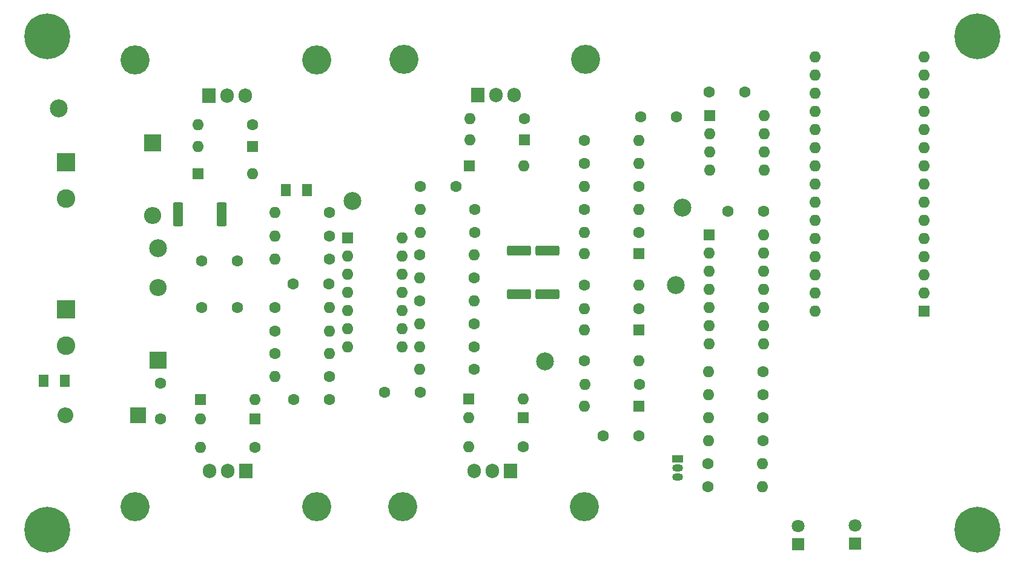
<source format=gbr>
%TF.GenerationSoftware,KiCad,Pcbnew,7.0.7*%
%TF.CreationDate,2023-10-10T01:29:58-06:00*%
%TF.ProjectId,USB_curve_tracer,5553425f-6375-4727-9665-5f7472616365,3*%
%TF.SameCoordinates,Original*%
%TF.FileFunction,Soldermask,Top*%
%TF.FilePolarity,Negative*%
%FSLAX46Y46*%
G04 Gerber Fmt 4.6, Leading zero omitted, Abs format (unit mm)*
G04 Created by KiCad (PCBNEW 7.0.7) date 2023-10-10 01:29:58*
%MOMM*%
%LPD*%
G01*
G04 APERTURE LIST*
G04 Aperture macros list*
%AMRoundRect*
0 Rectangle with rounded corners*
0 $1 Rounding radius*
0 $2 $3 $4 $5 $6 $7 $8 $9 X,Y pos of 4 corners*
0 Add a 4 corners polygon primitive as box body*
4,1,4,$2,$3,$4,$5,$6,$7,$8,$9,$2,$3,0*
0 Add four circle primitives for the rounded corners*
1,1,$1+$1,$2,$3*
1,1,$1+$1,$4,$5*
1,1,$1+$1,$6,$7*
1,1,$1+$1,$8,$9*
0 Add four rect primitives between the rounded corners*
20,1,$1+$1,$2,$3,$4,$5,0*
20,1,$1+$1,$4,$5,$6,$7,0*
20,1,$1+$1,$6,$7,$8,$9,0*
20,1,$1+$1,$8,$9,$2,$3,0*%
G04 Aperture macros list end*
%ADD10R,1.600000X1.600000*%
%ADD11O,1.600000X1.600000*%
%ADD12C,1.600000*%
%ADD13R,1.800000X1.800000*%
%ADD14C,1.800000*%
%ADD15R,1.500000X1.050000*%
%ADD16O,1.500000X1.050000*%
%ADD17C,2.500000*%
%ADD18R,2.600000X2.600000*%
%ADD19C,2.600000*%
%ADD20RoundRect,0.250001X-0.462499X-0.624999X0.462499X-0.624999X0.462499X0.624999X-0.462499X0.624999X0*%
%ADD21R,1.905000X2.000000*%
%ADD22O,1.905000X2.000000*%
%ADD23C,4.064000*%
%ADD24RoundRect,0.249999X0.450001X1.425001X-0.450001X1.425001X-0.450001X-1.425001X0.450001X-1.425001X0*%
%ADD25C,0.800000*%
%ADD26C,6.400000*%
%ADD27RoundRect,0.249999X-1.425001X0.450001X-1.425001X-0.450001X1.425001X-0.450001X1.425001X0.450001X0*%
%ADD28R,2.400000X2.400000*%
%ADD29O,2.400000X2.400000*%
%ADD30RoundRect,0.250001X0.462499X0.624999X-0.462499X0.624999X-0.462499X-0.624999X0.462499X-0.624999X0*%
%ADD31R,2.200000X2.200000*%
%ADD32O,2.200000X2.200000*%
G04 APERTURE END LIST*
D10*
%TO.C,D13*%
X105040000Y-82190000D03*
D11*
X97420000Y-82190000D03*
%TD*%
D12*
%TO.C,C2*%
X159270000Y-78110000D03*
X164270000Y-78110000D03*
%TD*%
D13*
%TO.C,D6*%
X181270000Y-137810000D03*
D14*
X181270000Y-135270000D03*
%TD*%
D15*
%TO.C,U4*%
X164470000Y-125940000D03*
D16*
X164470000Y-127210000D03*
X164470000Y-128480000D03*
%TD*%
D10*
%TO.C,U3*%
X168850000Y-94590000D03*
D11*
X168850000Y-97130000D03*
X168850000Y-99670000D03*
X168850000Y-102210000D03*
X168850000Y-104750000D03*
X168850000Y-107290000D03*
X168850000Y-109830000D03*
X176470000Y-109830000D03*
X176470000Y-107290000D03*
X176470000Y-104750000D03*
X176470000Y-102210000D03*
X176470000Y-99670000D03*
X176470000Y-97130000D03*
X176470000Y-94590000D03*
%TD*%
D12*
%TO.C,R17*%
X128370000Y-103810000D03*
D11*
X135990000Y-103810000D03*
%TD*%
D12*
%TO.C,R7*%
X115740000Y-94710000D03*
D11*
X108120000Y-94710000D03*
%TD*%
D12*
%TO.C,R29*%
X151450000Y-112210000D03*
D11*
X159070000Y-112210000D03*
%TD*%
D17*
%TO.C,TP5*%
X77930000Y-76910000D03*
%TD*%
D12*
%TO.C,C6*%
X115670000Y-101410000D03*
X110670000Y-101410000D03*
%TD*%
%TO.C,R27*%
X176380000Y-113710000D03*
D11*
X168760000Y-113710000D03*
%TD*%
D18*
%TO.C,J1*%
X78967056Y-84427056D03*
D19*
X78967056Y-89507056D03*
%TD*%
D20*
%TO.C,F2*%
X109682500Y-88310000D03*
X112657500Y-88310000D03*
%TD*%
D12*
%TO.C,R3*%
X115750000Y-114390000D03*
D11*
X108130000Y-114390000D03*
%TD*%
D12*
%TO.C,R8*%
X135990000Y-100610000D03*
D11*
X128370000Y-100610000D03*
%TD*%
D21*
%TO.C,Q3*%
X98950000Y-75090000D03*
D22*
X101490000Y-75090000D03*
X104030000Y-75090000D03*
%TD*%
D12*
%TO.C,R19*%
X136070000Y-91010000D03*
D11*
X128450000Y-91010000D03*
%TD*%
D12*
%TO.C,R34*%
X105030000Y-79190000D03*
D11*
X97410000Y-79190000D03*
%TD*%
D12*
%TO.C,R14*%
X135990000Y-113410000D03*
D11*
X128370000Y-113410000D03*
%TD*%
D12*
%TO.C,C11*%
X97930000Y-98210000D03*
X102930000Y-98210000D03*
%TD*%
D23*
%TO.C,HS4*%
X126030000Y-132570000D03*
X151430000Y-132570000D03*
%TD*%
D13*
%TO.C,D7*%
X189270000Y-137785000D03*
D14*
X189270000Y-135245000D03*
%TD*%
D12*
%TO.C,C3*%
X92170000Y-120310000D03*
X92170000Y-115310000D03*
%TD*%
D10*
%TO.C,D3*%
X159080000Y-107910000D03*
D11*
X151460000Y-107910000D03*
%TD*%
D12*
%TO.C,C9*%
X102930000Y-104710000D03*
X97930000Y-104710000D03*
%TD*%
D17*
%TO.C,TP6*%
X118970000Y-89810000D03*
%TD*%
D10*
%TO.C,D12*%
X97410000Y-85990000D03*
D11*
X105030000Y-85990000D03*
%TD*%
D12*
%TO.C,R30*%
X159090000Y-115510000D03*
D11*
X151470000Y-115510000D03*
%TD*%
D12*
%TO.C,R23*%
X151460000Y-91010000D03*
D11*
X159080000Y-91010000D03*
%TD*%
D24*
%TO.C,R36*%
X100720000Y-91710000D03*
X94620000Y-91710000D03*
%TD*%
D10*
%TO.C,D10*%
X135360000Y-84910000D03*
D11*
X142980000Y-84910000D03*
%TD*%
D10*
%TO.C,D4*%
X159080000Y-97210000D03*
D11*
X151460000Y-97210000D03*
%TD*%
D23*
%TO.C,HS1*%
X88630000Y-70090000D03*
X114030000Y-70090000D03*
%TD*%
D12*
%TO.C,R25*%
X176380000Y-120110000D03*
D11*
X168760000Y-120110000D03*
%TD*%
D17*
%TO.C,TP2*%
X145930000Y-112310000D03*
%TD*%
D25*
%TO.C,H1*%
X73930000Y-66810000D03*
X74632944Y-65112944D03*
X74632944Y-68507056D03*
X76330000Y-64410000D03*
D26*
X76330000Y-66810000D03*
D25*
X76330000Y-69210000D03*
X78027056Y-65112944D03*
X78027056Y-68507056D03*
X78730000Y-66810000D03*
%TD*%
D23*
%TO.C,HS2*%
X88630000Y-132570000D03*
X114030000Y-132570000D03*
%TD*%
D25*
%TO.C,H4*%
X203930000Y-135810000D03*
X204632944Y-134112944D03*
X204632944Y-137507056D03*
X206330000Y-133410000D03*
D26*
X206330000Y-135810000D03*
D25*
X206330000Y-138210000D03*
X208027056Y-134112944D03*
X208027056Y-137507056D03*
X208730000Y-135810000D03*
%TD*%
D12*
%TO.C,R1*%
X151460000Y-81410000D03*
D11*
X159080000Y-81410000D03*
%TD*%
D25*
%TO.C,H2*%
X73930000Y-135810000D03*
X74632944Y-134112944D03*
X74632944Y-137507056D03*
X76330000Y-133410000D03*
D26*
X76330000Y-135810000D03*
D25*
X76330000Y-138210000D03*
X78027056Y-134112944D03*
X78027056Y-137507056D03*
X78730000Y-135810000D03*
%TD*%
D27*
%TO.C,R13*%
X146270000Y-96760000D03*
X146270000Y-102860000D03*
%TD*%
D10*
%TO.C,D5*%
X159080000Y-118510000D03*
D11*
X151460000Y-118510000D03*
%TD*%
D12*
%TO.C,R32*%
X108120000Y-108010000D03*
D11*
X115740000Y-108010000D03*
%TD*%
D12*
%TO.C,C1*%
X176470000Y-91270000D03*
X171470000Y-91270000D03*
%TD*%
%TO.C,R28*%
X159080000Y-94210000D03*
D11*
X151460000Y-94210000D03*
%TD*%
D10*
%TO.C,U2*%
X118330000Y-95030000D03*
D11*
X118330000Y-97570000D03*
X118330000Y-100110000D03*
X118330000Y-102650000D03*
X118330000Y-105190000D03*
X118330000Y-107730000D03*
X118330000Y-110270000D03*
X125950000Y-110270000D03*
X125950000Y-107730000D03*
X125950000Y-105190000D03*
X125950000Y-102650000D03*
X125950000Y-100110000D03*
X125950000Y-97570000D03*
X125950000Y-95030000D03*
%TD*%
D12*
%TO.C,C10*%
X159070000Y-122710000D03*
X154070000Y-122710000D03*
%TD*%
%TO.C,C4*%
X115770000Y-117610000D03*
X110770000Y-117610000D03*
%TD*%
D21*
%TO.C,Q2*%
X141110000Y-127625000D03*
D22*
X138570000Y-127625000D03*
X136030000Y-127625000D03*
%TD*%
D12*
%TO.C,R10*%
X128370000Y-97410000D03*
D11*
X135990000Y-97410000D03*
%TD*%
D12*
%TO.C,R9*%
X115750000Y-91410000D03*
D11*
X108130000Y-91410000D03*
%TD*%
D12*
%TO.C,R20*%
X159080000Y-104910000D03*
D11*
X151460000Y-104910000D03*
%TD*%
D28*
%TO.C,D2*%
X91030000Y-81730000D03*
D29*
X91030000Y-91890000D03*
%TD*%
D12*
%TO.C,R16*%
X135980000Y-107010000D03*
D11*
X128360000Y-107010000D03*
%TD*%
D10*
%TO.C,D15*%
X105340000Y-120290000D03*
D11*
X97720000Y-120290000D03*
%TD*%
D10*
%TO.C,A1*%
X198940000Y-105210000D03*
D11*
X198940000Y-102670000D03*
X198940000Y-100130000D03*
X198940000Y-97590000D03*
X198940000Y-95050000D03*
X198940000Y-92510000D03*
X198940000Y-89970000D03*
X198940000Y-87430000D03*
X198940000Y-84890000D03*
X198940000Y-82350000D03*
X198940000Y-79810000D03*
X198940000Y-77270000D03*
X198940000Y-74730000D03*
X198940000Y-72190000D03*
X198940000Y-69650000D03*
X183700000Y-69650000D03*
X183700000Y-72190000D03*
X183700000Y-74730000D03*
X183700000Y-77270000D03*
X183700000Y-79810000D03*
X183700000Y-82350000D03*
X183700000Y-84890000D03*
X183700000Y-87430000D03*
X183700000Y-89970000D03*
X183700000Y-92510000D03*
X183700000Y-95050000D03*
X183700000Y-97590000D03*
X183700000Y-100130000D03*
X183700000Y-102670000D03*
X183700000Y-105210000D03*
%TD*%
D10*
%TO.C,U1*%
X168950000Y-77895000D03*
D11*
X168950000Y-80435000D03*
X168950000Y-82975000D03*
X168950000Y-85515000D03*
X176570000Y-85515000D03*
X176570000Y-82975000D03*
X176570000Y-80435000D03*
X176570000Y-77895000D03*
%TD*%
D12*
%TO.C,R26*%
X176380000Y-116910000D03*
D11*
X168760000Y-116910000D03*
%TD*%
D10*
%TO.C,D9*%
X142840000Y-120190000D03*
D11*
X135220000Y-120190000D03*
%TD*%
D25*
%TO.C,H3*%
X203930000Y-66810000D03*
X204632944Y-65112944D03*
X204632944Y-68507056D03*
X206330000Y-64410000D03*
D26*
X206330000Y-66810000D03*
D25*
X206330000Y-69210000D03*
X208027056Y-65112944D03*
X208027056Y-68507056D03*
X208730000Y-66810000D03*
%TD*%
D23*
%TO.C,HS3*%
X126230000Y-70060000D03*
X151630000Y-70060000D03*
%TD*%
D12*
%TO.C,R18*%
X136070000Y-94210000D03*
D11*
X128450000Y-94210000D03*
%TD*%
D17*
%TO.C,TP1*%
X91830000Y-96410000D03*
%TD*%
D12*
%TO.C,R24*%
X176380000Y-123410000D03*
D11*
X168760000Y-123410000D03*
%TD*%
D12*
%TO.C,R33*%
X108120000Y-104710000D03*
D11*
X115740000Y-104710000D03*
%TD*%
D12*
%TO.C,R15*%
X135980000Y-110210000D03*
D11*
X128360000Y-110210000D03*
%TD*%
D17*
%TO.C,TP3*%
X165170000Y-90810000D03*
%TD*%
D10*
%TO.C,D14*%
X97720000Y-117590000D03*
D11*
X105340000Y-117590000D03*
%TD*%
D10*
%TO.C,D8*%
X143080000Y-81310000D03*
D11*
X135460000Y-81310000D03*
%TD*%
D30*
%TO.C,F1*%
X78754556Y-115007056D03*
X75779556Y-115007056D03*
%TD*%
D10*
%TO.C,D11*%
X135220000Y-117490000D03*
D11*
X142840000Y-117490000D03*
%TD*%
D12*
%TO.C,R12*%
X168720000Y-126610000D03*
D11*
X176340000Y-126610000D03*
%TD*%
D21*
%TO.C,Q1*%
X136490000Y-75035000D03*
D22*
X139030000Y-75035000D03*
X141570000Y-75035000D03*
%TD*%
D12*
%TO.C,R4*%
X143080000Y-78310000D03*
D11*
X135460000Y-78310000D03*
%TD*%
D12*
%TO.C,R31*%
X142840000Y-124190000D03*
D11*
X135220000Y-124190000D03*
%TD*%
D27*
%TO.C,R37*%
X142270000Y-96760000D03*
X142270000Y-102860000D03*
%TD*%
D12*
%TO.C,C7*%
X133490000Y-87830000D03*
X128490000Y-87830000D03*
%TD*%
%TO.C,R6*%
X115750000Y-98010000D03*
D11*
X108130000Y-98010000D03*
%TD*%
D31*
%TO.C,D16*%
X89050000Y-119810000D03*
D32*
X78890000Y-119810000D03*
%TD*%
D12*
%TO.C,C8*%
X123470000Y-116610000D03*
X128470000Y-116610000D03*
%TD*%
%TO.C,R2*%
X108120000Y-111190000D03*
D11*
X115740000Y-111190000D03*
%TD*%
D28*
%TO.C,D1*%
X91830000Y-112090000D03*
D29*
X91830000Y-101930000D03*
%TD*%
D17*
%TO.C,TP4*%
X164170000Y-101610000D03*
%TD*%
D12*
%TO.C,R21*%
X151460000Y-84610000D03*
D11*
X159080000Y-84610000D03*
%TD*%
D12*
%TO.C,R5*%
X151460000Y-101610000D03*
D11*
X159080000Y-101610000D03*
%TD*%
D18*
%TO.C,J2*%
X78967056Y-104962056D03*
D19*
X78967056Y-110042056D03*
%TD*%
D12*
%TO.C,R35*%
X105340000Y-124290000D03*
D11*
X97720000Y-124290000D03*
%TD*%
D12*
%TO.C,R11*%
X168720000Y-129810000D03*
D11*
X176340000Y-129810000D03*
%TD*%
D12*
%TO.C,C5*%
X168850000Y-74595000D03*
X173850000Y-74595000D03*
%TD*%
%TO.C,R22*%
X159080000Y-87810000D03*
D11*
X151460000Y-87810000D03*
%TD*%
D21*
%TO.C,Q4*%
X104110000Y-127570000D03*
D22*
X101570000Y-127570000D03*
X99030000Y-127570000D03*
%TD*%
M02*

</source>
